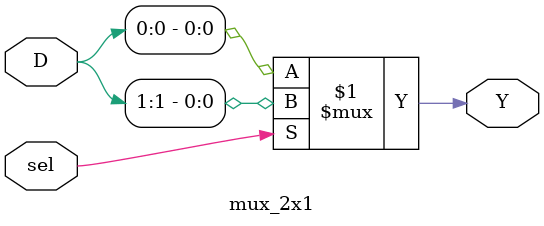
<source format=v>
module mux_2x1(input sel, input [1:0]D,output Y);


assign Y = sel? D[1]:D[0];
endmodule
</source>
